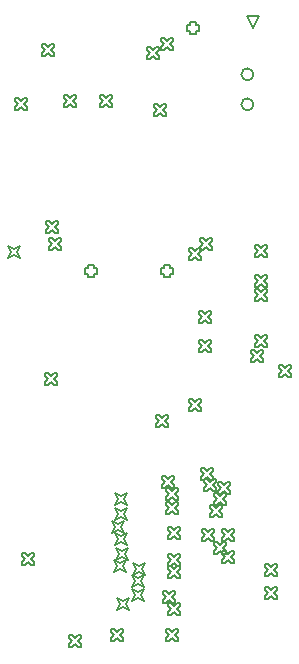
<source format=gbr>
G04*
G04 #@! TF.GenerationSoftware,Altium Limited,Altium Designer,24.9.1 (31)*
G04*
G04 Layer_Color=2752767*
%FSLAX25Y25*%
%MOIN*%
G70*
G04*
G04 #@! TF.SameCoordinates,F3BC3392-02DA-4331-AFF2-193CA699B933*
G04*
G04*
G04 #@! TF.FilePolarity,Positive*
G04*
G01*
G75*
%ADD13C,0.00500*%
%ADD93C,0.00667*%
D13*
X104555Y277048D02*
X105555D01*
X106555Y278048D01*
X107555Y277048D01*
X108555D01*
Y278048D01*
X107555Y279048D01*
X108555Y280048D01*
Y281048D01*
X107555D01*
X106555Y280048D01*
X105555Y281048D01*
X104555D01*
Y280048D01*
X105555Y279048D01*
X104555Y278048D01*
Y277048D01*
X121000Y278000D02*
X122000D01*
X123000Y279000D01*
X124000Y278000D01*
X125000D01*
Y279000D01*
X124000Y280000D01*
X125000Y281000D01*
Y282000D01*
X124000D01*
X123000Y281000D01*
X122000Y282000D01*
X121000D01*
Y281000D01*
X122000Y280000D01*
X121000Y279000D01*
Y278000D01*
X155500Y125000D02*
X156500D01*
X157500Y126000D01*
X158500Y125000D01*
X159500D01*
Y126000D01*
X158500Y127000D01*
X159500Y128000D01*
Y129000D01*
X158500D01*
X157500Y128000D01*
X156500Y129000D01*
X155500D01*
Y128000D01*
X156500Y127000D01*
X155500Y126000D01*
Y125000D01*
Y121181D02*
X156500D01*
X157500Y122181D01*
X158500Y121181D01*
X159500D01*
Y122181D01*
X158500Y123181D01*
X159500Y124181D01*
Y125181D01*
X158500D01*
X157500Y124181D01*
X156500Y125181D01*
X155500D01*
Y124181D01*
X156500Y123181D01*
X155500Y122181D01*
Y121181D01*
X137500Y123000D02*
X138500Y125000D01*
X137500Y127000D01*
X139500Y126000D01*
X141500Y127000D01*
X140500Y125000D01*
X141500Y123000D01*
X139500Y124000D01*
X137500Y123000D01*
X138319Y127138D02*
X139319Y129138D01*
X138319Y131138D01*
X140319Y130138D01*
X142319Y131138D01*
X141319Y129138D01*
X142319Y127138D01*
X140319Y128138D01*
X138319Y127138D01*
X143946Y122195D02*
X144946Y124195D01*
X143946Y126195D01*
X145946Y125195D01*
X147946Y126195D01*
X146946Y124195D01*
X147946Y122195D01*
X145946Y123195D01*
X143946Y122195D01*
X143500Y113500D02*
X144500Y115500D01*
X143500Y117500D01*
X145500Y116500D01*
X147500Y117500D01*
X146500Y115500D01*
X147500Y113500D01*
X145500Y114500D01*
X143500Y113500D01*
Y118000D02*
X144500Y120000D01*
X143500Y122000D01*
X145500Y121000D01*
X147500Y122000D01*
X146500Y120000D01*
X147500Y118000D01*
X145500Y119000D01*
X143500Y118000D01*
X167000Y133500D02*
X168000D01*
X169000Y134500D01*
X170000Y133500D01*
X171000D01*
Y134500D01*
X170000Y135500D01*
X171000Y136500D01*
Y137500D01*
X170000D01*
X169000Y136500D01*
X168000Y137500D01*
X167000D01*
Y136500D01*
X168000Y135500D01*
X167000Y134500D01*
Y133500D01*
X166490Y153682D02*
X167490D01*
X168490Y154683D01*
X169490Y153682D01*
X170490D01*
Y154683D01*
X169490Y155683D01*
X170490Y156683D01*
Y157683D01*
X169490D01*
X168490Y156683D01*
X167490Y157683D01*
X166490D01*
Y156683D01*
X167490Y155683D01*
X166490Y154683D01*
Y153682D01*
X167500Y150000D02*
X168500D01*
X169500Y151000D01*
X170500Y150000D01*
X171500D01*
Y151000D01*
X170500Y152000D01*
X171500Y153000D01*
Y154000D01*
X170500D01*
X169500Y153000D01*
X168500Y154000D01*
X167500D01*
Y153000D01*
X168500Y152000D01*
X167500Y151000D01*
Y150000D01*
X155000Y142500D02*
X156000D01*
X157000Y143500D01*
X158000Y142500D01*
X159000D01*
Y143500D01*
X158000Y144500D01*
X159000Y145500D01*
Y146500D01*
X158000D01*
X157000Y145500D01*
X156000Y146500D01*
X155000D01*
Y145500D01*
X156000Y144500D01*
X155000Y143500D01*
Y142500D01*
Y147000D02*
X156000D01*
X157000Y148000D01*
X158000Y147000D01*
X159000D01*
Y148000D01*
X158000Y149000D01*
X159000Y150000D01*
Y151000D01*
X158000D01*
X157000Y150000D01*
X156000Y151000D01*
X155000D01*
Y150000D01*
X156000Y149000D01*
X155000Y148000D01*
Y147000D01*
X173500Y126000D02*
X174500D01*
X175500Y127000D01*
X176500Y126000D01*
X177500D01*
Y127000D01*
X176500Y128000D01*
X177500Y129000D01*
Y130000D01*
X176500D01*
X175500Y129000D01*
X174500Y130000D01*
X173500D01*
Y129000D01*
X174500Y128000D01*
X173500Y127000D01*
Y126000D01*
X153878Y112953D02*
X154878D01*
X155878Y113953D01*
X156878Y112953D01*
X157878D01*
Y113953D01*
X156878Y114953D01*
X157878Y115954D01*
Y116954D01*
X156878D01*
X155878Y115954D01*
X154878Y116954D01*
X153878D01*
Y115954D01*
X154878Y114953D01*
X153878Y113953D01*
Y112953D01*
X192569Y188000D02*
X193569D01*
X194569Y189000D01*
X195569Y188000D01*
X196569D01*
Y189000D01*
X195569Y190000D01*
X196569Y191000D01*
Y192000D01*
X195569D01*
X194569Y191000D01*
X193569Y192000D01*
X192569D01*
Y191000D01*
X193569Y190000D01*
X192569Y189000D01*
Y188000D01*
X183250Y193000D02*
X184250D01*
X185250Y194000D01*
X186250Y193000D01*
X187250D01*
Y194000D01*
X186250Y195000D01*
X187250Y196000D01*
Y197000D01*
X186250D01*
X185250Y196000D01*
X184250Y197000D01*
X183250D01*
Y196000D01*
X184250Y195000D01*
X183250Y194000D01*
Y193000D01*
X113500Y295000D02*
X114500D01*
X115500Y296000D01*
X116500Y295000D01*
X117500D01*
Y296000D01*
X116500Y297000D01*
X117500Y298000D01*
Y299000D01*
X116500D01*
X115500Y298000D01*
X114500Y299000D01*
X113500D01*
Y298000D01*
X114500Y297000D01*
X113500Y296000D01*
Y295000D01*
X148500Y294000D02*
X149500D01*
X150500Y295000D01*
X151500Y294000D01*
X152500D01*
Y295000D01*
X151500Y296000D01*
X152500Y297000D01*
Y298000D01*
X151500D01*
X150500Y297000D01*
X149500Y298000D01*
X148500D01*
Y297000D01*
X149500Y296000D01*
X148500Y295000D01*
Y294000D01*
X153347Y297153D02*
X154347D01*
X155347Y298153D01*
X156346Y297153D01*
X157346D01*
Y298153D01*
X156346Y299153D01*
X157346Y300153D01*
Y301153D01*
X156346D01*
X155347Y300153D01*
X154347Y301153D01*
X153347D01*
Y300153D01*
X154347Y299153D01*
X153347Y298153D01*
Y297153D01*
X150894Y275292D02*
X151894D01*
X152894Y276292D01*
X153894Y275292D01*
X154894D01*
Y276292D01*
X153894Y277292D01*
X154894Y278292D01*
Y279292D01*
X153894D01*
X152894Y278292D01*
X151894Y279292D01*
X150894D01*
Y278292D01*
X151894Y277292D01*
X150894Y276292D01*
Y275292D01*
X153555Y151202D02*
X154555D01*
X155555Y152202D01*
X156555Y151202D01*
X157555D01*
Y152202D01*
X156555Y153202D01*
X157555Y154202D01*
Y155202D01*
X156555D01*
X155555Y154202D01*
X154555Y155202D01*
X153555D01*
Y154202D01*
X154555Y153202D01*
X153555Y152202D01*
Y151202D01*
X172207Y149123D02*
X173207D01*
X174207Y150122D01*
X175207Y149123D01*
X176207D01*
Y150122D01*
X175207Y151122D01*
X176207Y152122D01*
Y153122D01*
X175207D01*
X174207Y152122D01*
X173207Y153122D01*
X172207D01*
Y152122D01*
X173207Y151122D01*
X172207Y150122D01*
Y149123D01*
X171000Y145500D02*
X172000D01*
X173000Y146500D01*
X174000Y145500D01*
X175000D01*
Y146500D01*
X174000Y147500D01*
X175000Y148500D01*
Y149500D01*
X174000D01*
X173000Y148500D01*
X172000Y149500D01*
X171000D01*
Y148500D01*
X172000Y147500D01*
X171000Y146500D01*
Y145500D01*
X169500Y141500D02*
X170500D01*
X171500Y142500D01*
X172500Y141500D01*
X173500D01*
Y142500D01*
X172500Y143500D01*
X173500Y144500D01*
Y145500D01*
X172500D01*
X171500Y144500D01*
X170500Y145500D01*
X169500D01*
Y144500D01*
X170500Y143500D01*
X169500Y142500D01*
Y141500D01*
X173500Y133500D02*
X174500D01*
X175500Y134500D01*
X176500Y133500D01*
X177500D01*
Y134500D01*
X176500Y135500D01*
X177500Y136500D01*
Y137500D01*
X176500D01*
X175500Y136500D01*
X174500Y137500D01*
X173500D01*
Y136500D01*
X174500Y135500D01*
X173500Y134500D01*
Y133500D01*
X170993Y129007D02*
X171993D01*
X172993Y130007D01*
X173993Y129007D01*
X174993D01*
Y130007D01*
X173993Y131007D01*
X174993Y132007D01*
Y133007D01*
X173993D01*
X172993Y132007D01*
X171993Y133007D01*
X170993D01*
Y132007D01*
X171993Y131007D01*
X170993Y130007D01*
Y129007D01*
X138500Y110500D02*
X139500Y112500D01*
X138500Y114500D01*
X140500Y113500D01*
X142500Y114500D01*
X141500Y112500D01*
X142500Y110500D01*
X140500Y111500D01*
X138500Y110500D01*
X138000Y132000D02*
X139000Y134000D01*
X138000Y136000D01*
X140000Y135000D01*
X142000Y136000D01*
X141000Y134000D01*
X142000Y132000D01*
X140000Y133000D01*
X138000Y132000D01*
X137864Y140500D02*
X138864Y142500D01*
X137864Y144500D01*
X139864Y143500D01*
X141864Y144500D01*
X140864Y142500D01*
X141864Y140500D01*
X139864Y141500D01*
X137864Y140500D01*
X137000Y136226D02*
X138000Y138226D01*
X137000Y140226D01*
X139000Y139226D01*
X141000Y140226D01*
X140000Y138226D01*
X141000Y136226D01*
X139000Y137226D01*
X137000Y136226D01*
X137864Y145500D02*
X138864Y147500D01*
X137864Y149500D01*
X139864Y148500D01*
X141864Y149500D01*
X140864Y147500D01*
X141864Y145500D01*
X139864Y146500D01*
X137864Y145500D01*
X166250Y230419D02*
X167250D01*
X168250Y231419D01*
X169250Y230419D01*
X170250D01*
Y231419D01*
X169250Y232419D01*
X170250Y233419D01*
Y234419D01*
X169250D01*
X168250Y233419D01*
X167250Y234419D01*
X166250D01*
Y233419D01*
X167250Y232419D01*
X166250Y231419D01*
Y230419D01*
X162595Y176963D02*
X163595D01*
X164595Y177963D01*
X165595Y176963D01*
X166595D01*
Y177963D01*
X165595Y178963D01*
X166595Y179963D01*
Y180963D01*
X165595D01*
X164595Y179963D01*
X163595Y180963D01*
X162595D01*
Y179963D01*
X163595Y178963D01*
X162595Y177963D01*
Y176963D01*
X166000Y196500D02*
X167000D01*
X168000Y197500D01*
X169000Y196500D01*
X170000D01*
Y197500D01*
X169000Y198500D01*
X170000Y199500D01*
Y200500D01*
X169000D01*
X168000Y199500D01*
X167000Y200500D01*
X166000D01*
Y199500D01*
X167000Y198500D01*
X166000Y197500D01*
Y196500D01*
Y206000D02*
X167000D01*
X168000Y207000D01*
X169000Y206000D01*
X170000D01*
Y207000D01*
X169000Y208000D01*
X170000Y209000D01*
Y210000D01*
X169000D01*
X168000Y209000D01*
X167000Y210000D01*
X166000D01*
Y209000D01*
X167000Y208000D01*
X166000Y207000D01*
Y206000D01*
X114500Y185500D02*
X115500D01*
X116500Y186500D01*
X117500Y185500D01*
X118500D01*
Y186500D01*
X117500Y187500D01*
X118500Y188500D01*
Y189500D01*
X117500D01*
X116500Y188500D01*
X115500Y189500D01*
X114500D01*
Y188500D01*
X115500Y187500D01*
X114500Y186500D01*
Y185500D01*
X102158Y227913D02*
X103158Y229913D01*
X102158Y231913D01*
X104158Y230913D01*
X106158Y231913D01*
X105158Y229913D01*
X106158Y227913D01*
X104158Y228913D01*
X102158Y227913D01*
X187993Y121937D02*
X188993D01*
X189993Y122937D01*
X190993Y121937D01*
X191993D01*
Y122937D01*
X190993Y123937D01*
X191993Y124937D01*
Y125937D01*
X190993D01*
X189993Y124937D01*
X188993Y125937D01*
X187993D01*
Y124937D01*
X188993Y123937D01*
X187993Y122937D01*
Y121937D01*
X155500Y108750D02*
X156500D01*
X157500Y109750D01*
X158500Y108750D01*
X159500D01*
Y109750D01*
X158500Y110750D01*
X159500Y111750D01*
Y112750D01*
X158500D01*
X157500Y111750D01*
X156500Y112750D01*
X155500D01*
Y111750D01*
X156500Y110750D01*
X155500Y109750D01*
Y108750D01*
X106900Y125500D02*
X107900D01*
X108900Y126500D01*
X109900Y125500D01*
X110900D01*
Y126500D01*
X109900Y127500D01*
X110900Y128500D01*
Y129500D01*
X109900D01*
X108900Y128500D01*
X107900Y129500D01*
X106900D01*
Y128500D01*
X107900Y127500D01*
X106900Y126500D01*
Y125500D01*
X133000Y278000D02*
X134000D01*
X135000Y279000D01*
X136000Y278000D01*
X137000D01*
Y279000D01*
X136000Y280000D01*
X137000Y281000D01*
Y282000D01*
X136000D01*
X135000Y281000D01*
X134000Y282000D01*
X133000D01*
Y281000D01*
X134000Y280000D01*
X133000Y279000D01*
Y278000D01*
X115000Y236000D02*
X116000D01*
X117000Y237000D01*
X118000Y236000D01*
X119000D01*
Y237000D01*
X118000Y238000D01*
X119000Y239000D01*
Y240000D01*
X118000D01*
X117000Y239000D01*
X116000Y240000D01*
X115000D01*
Y239000D01*
X116000Y238000D01*
X115000Y237000D01*
Y236000D01*
X116000Y230500D02*
X117000D01*
X118000Y231500D01*
X119000Y230500D01*
X120000D01*
Y231500D01*
X119000Y232500D01*
X120000Y233500D01*
Y234500D01*
X119000D01*
X118000Y233500D01*
X117000Y234500D01*
X116000D01*
Y233500D01*
X117000Y232500D01*
X116000Y231500D01*
Y230500D01*
X163000Y303500D02*
Y302500D01*
X165000D01*
Y303500D01*
X166000D01*
Y305500D01*
X165000D01*
Y306500D01*
X163000D01*
Y305500D01*
X162000D01*
Y303500D01*
X163000D01*
X154091Y222500D02*
Y221500D01*
X156091D01*
Y222500D01*
X157091D01*
Y224500D01*
X156091D01*
Y225500D01*
X154091D01*
Y224500D01*
X153091D01*
Y222500D01*
X154091D01*
X136500Y100000D02*
X137500D01*
X138500Y101000D01*
X139500Y100000D01*
X140500D01*
Y101000D01*
X139500Y102000D01*
X140500Y103000D01*
Y104000D01*
X139500D01*
X138500Y103000D01*
X137500Y104000D01*
X136500D01*
Y103000D01*
X137500Y102000D01*
X136500Y101000D01*
Y100000D01*
X155000D02*
X156000D01*
X157000Y101000D01*
X158000Y100000D01*
X159000D01*
Y101000D01*
X158000Y102000D01*
X159000Y103000D01*
Y104000D01*
X158000D01*
X157000Y103000D01*
X156000Y104000D01*
X155000D01*
Y103000D01*
X156000Y102000D01*
X155000Y101000D01*
Y100000D01*
X184500Y198000D02*
X185500D01*
X186500Y199000D01*
X187500Y198000D01*
X188500D01*
Y199000D01*
X187500Y200000D01*
X188500Y201000D01*
Y202000D01*
X187500D01*
X186500Y201000D01*
X185500Y202000D01*
X184500D01*
Y201000D01*
X185500Y200000D01*
X184500Y199000D01*
Y198000D01*
X129000Y222500D02*
Y221500D01*
X131000D01*
Y222500D01*
X132000D01*
Y224500D01*
X131000D01*
Y225500D01*
X129000D01*
Y224500D01*
X128000D01*
Y222500D01*
X129000D01*
X184500Y213500D02*
X185500D01*
X186500Y214500D01*
X187500Y213500D01*
X188500D01*
Y214500D01*
X187500Y215500D01*
X188500Y216500D01*
Y217500D01*
X187500D01*
X186500Y216500D01*
X185500Y217500D01*
X184500D01*
Y216500D01*
X185500Y215500D01*
X184500Y214500D01*
Y213500D01*
Y218000D02*
X185500D01*
X186500Y219000D01*
X187500Y218000D01*
X188500D01*
Y219000D01*
X187500Y220000D01*
X188500Y221000D01*
Y222000D01*
X187500D01*
X186500Y221000D01*
X185500Y222000D01*
X184500D01*
Y221000D01*
X185500Y220000D01*
X184500Y219000D01*
Y218000D01*
X122500Y98000D02*
X123500D01*
X124500Y99000D01*
X125500Y98000D01*
X126500D01*
Y99000D01*
X125500Y100000D01*
X126500Y101000D01*
Y102000D01*
X125500D01*
X124500Y101000D01*
X123500Y102000D01*
X122500D01*
Y101000D01*
X123500Y100000D01*
X122500Y99000D01*
Y98000D01*
X151500Y171500D02*
X152500D01*
X153500Y172500D01*
X154500Y171500D01*
X155500D01*
Y172500D01*
X154500Y173500D01*
X155500Y174500D01*
Y175500D01*
X154500D01*
X153500Y174500D01*
X152500Y175500D01*
X151500D01*
Y174500D01*
X152500Y173500D01*
X151500Y172500D01*
Y171500D01*
X155500Y134250D02*
X156500D01*
X157500Y135250D01*
X158500Y134250D01*
X159500D01*
Y135250D01*
X158500Y136250D01*
X159500Y137250D01*
Y138250D01*
X158500D01*
X157500Y137250D01*
X156500Y138250D01*
X155500D01*
Y137250D01*
X156500Y136250D01*
X155500Y135250D01*
Y134250D01*
X162500Y227000D02*
X163500D01*
X164500Y228000D01*
X165500Y227000D01*
X166500D01*
Y228000D01*
X165500Y229000D01*
X166500Y230000D01*
Y231000D01*
X165500D01*
X164500Y230000D01*
X163500Y231000D01*
X162500D01*
Y230000D01*
X163500Y229000D01*
X162500Y228000D01*
Y227000D01*
X187993Y114000D02*
X188993D01*
X189993Y115000D01*
X190993Y114000D01*
X191993D01*
Y115000D01*
X190993Y116000D01*
X191993Y117000D01*
Y118000D01*
X190993D01*
X189993Y117000D01*
X188993Y118000D01*
X187993D01*
Y117000D01*
X188993Y116000D01*
X187993Y115000D01*
Y114000D01*
X184500Y228000D02*
X185500D01*
X186500Y229000D01*
X187500Y228000D01*
X188500D01*
Y229000D01*
X187500Y230000D01*
X188500Y231000D01*
Y232000D01*
X187500D01*
X186500Y231000D01*
X185500Y232000D01*
X184500D01*
Y231000D01*
X185500Y230000D01*
X184500Y229000D01*
Y228000D01*
X184000Y304500D02*
X182000Y308500D01*
X186000D01*
X184000Y304500D01*
D93*
Y279000D02*
G03*
X184000Y279000I-2000J0D01*
G01*
Y289000D02*
G03*
X184000Y289000I-2000J0D01*
G01*
M02*

</source>
